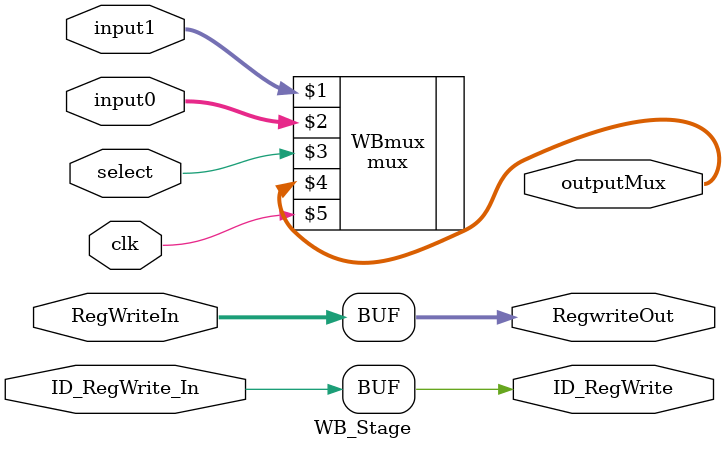
<source format=v>

module WB_Stage(
output [31:0] outputMux,
output reg [4:0] RegwriteOut,
output reg ID_RegWrite,
input ID_RegWrite_In,
input [4:0] RegWriteIn,
input [31:0] input1, 
input [31:0] input0,
input select, 
input clk
);


mux WBmux(input1, input0, select, outputMux, clk);

// this sends the bits to the IF stage
always @(*)
    begin
        RegwriteOut = RegWriteIn;
        ID_RegWrite = ID_RegWrite_In;
    end
endmodule
</source>
